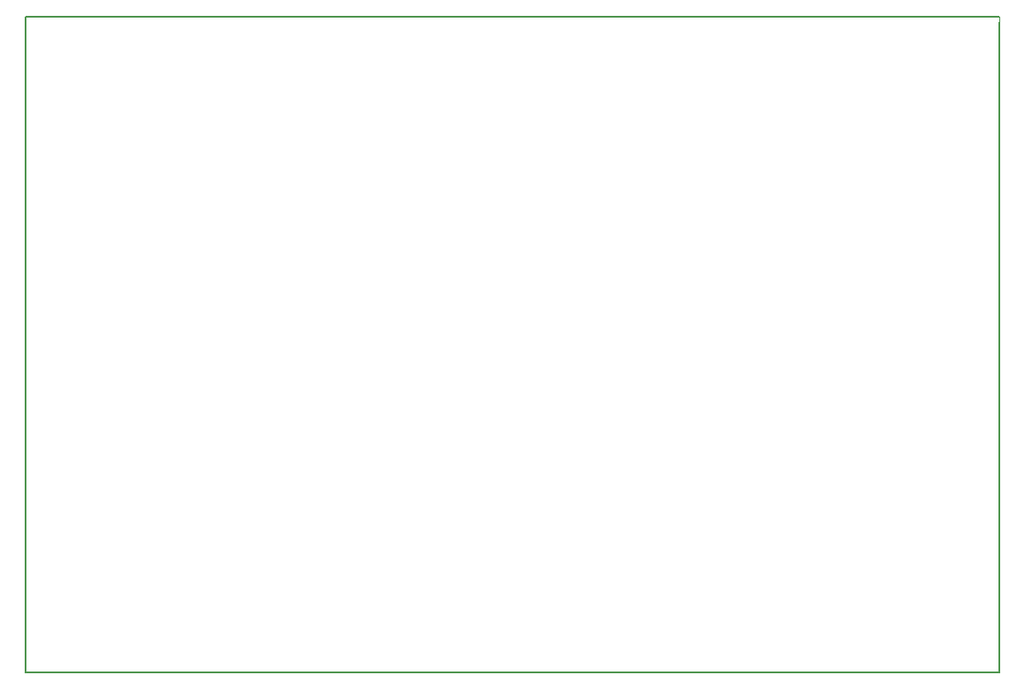
<source format=gbr>
%TF.GenerationSoftware,KiCad,Pcbnew,(5.1.12)-1*%
%TF.CreationDate,2021-12-08T14:13:04+05:30*%
%TF.ProjectId,macropad,6d616372-6f70-4616-942e-6b696361645f,rev?*%
%TF.SameCoordinates,Original*%
%TF.FileFunction,Profile,NP*%
%FSLAX46Y46*%
G04 Gerber Fmt 4.6, Leading zero omitted, Abs format (unit mm)*
G04 Created by KiCad (PCBNEW (5.1.12)-1) date 2021-12-08 14:13:04*
%MOMM*%
%LPD*%
G01*
G04 APERTURE LIST*
%TA.AperFunction,Profile*%
%ADD10C,0.100000*%
%TD*%
%TA.AperFunction,Profile*%
%ADD11C,0.200000*%
%TD*%
G04 APERTURE END LIST*
D10*
X159512000Y-53848000D02*
X159512000Y-54356000D01*
D11*
X66040000Y-53848000D02*
X159512000Y-53848000D01*
X66040000Y-116840000D02*
X66040000Y-53848000D01*
X159512000Y-116840000D02*
X66040000Y-116840000D01*
X159512000Y-54356000D02*
X159512000Y-116840000D01*
M02*

</source>
